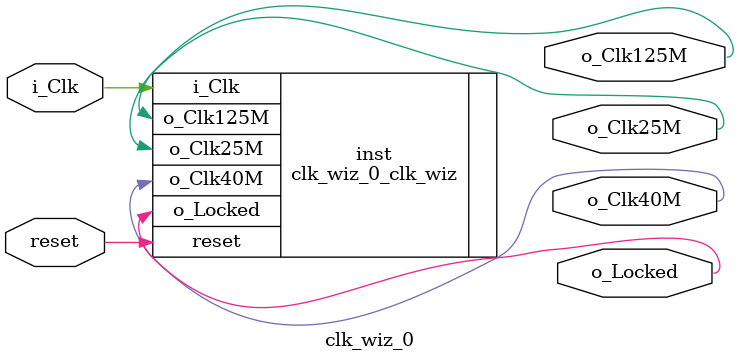
<source format=v>


`timescale 1ps/1ps

(* CORE_GENERATION_INFO = "clk_wiz_0,clk_wiz_v6_0_12_0_0,{component_name=clk_wiz_0,use_phase_alignment=true,use_min_o_jitter=false,use_max_i_jitter=false,use_dyn_phase_shift=false,use_inclk_switchover=false,use_dyn_reconfig=false,enable_axi=0,feedback_source=FDBK_AUTO,PRIMITIVE=PLL,num_out_clk=3,clkin1_period=8.000,clkin2_period=10.0,use_power_down=false,use_reset=true,use_locked=true,use_inclk_stopped=false,feedback_type=SINGLE,CLOCK_MGR_TYPE=NA,manual_override=false}" *)

module clk_wiz_0 
 (
  // Clock out ports
  output        o_Clk25M,
  output        o_Clk40M,
  output        o_Clk125M,
  // Status and control signals
  input         reset,
  output        o_Locked,
 // Clock in ports
  input         i_Clk
 );

  clk_wiz_0_clk_wiz inst
  (
  // Clock out ports  
  .o_Clk25M(o_Clk25M),
  .o_Clk40M(o_Clk40M),
  .o_Clk125M(o_Clk125M),
  // Status and control signals               
  .reset(reset), 
  .o_Locked(o_Locked),
 // Clock in ports
  .i_Clk(i_Clk)
  );

endmodule

</source>
